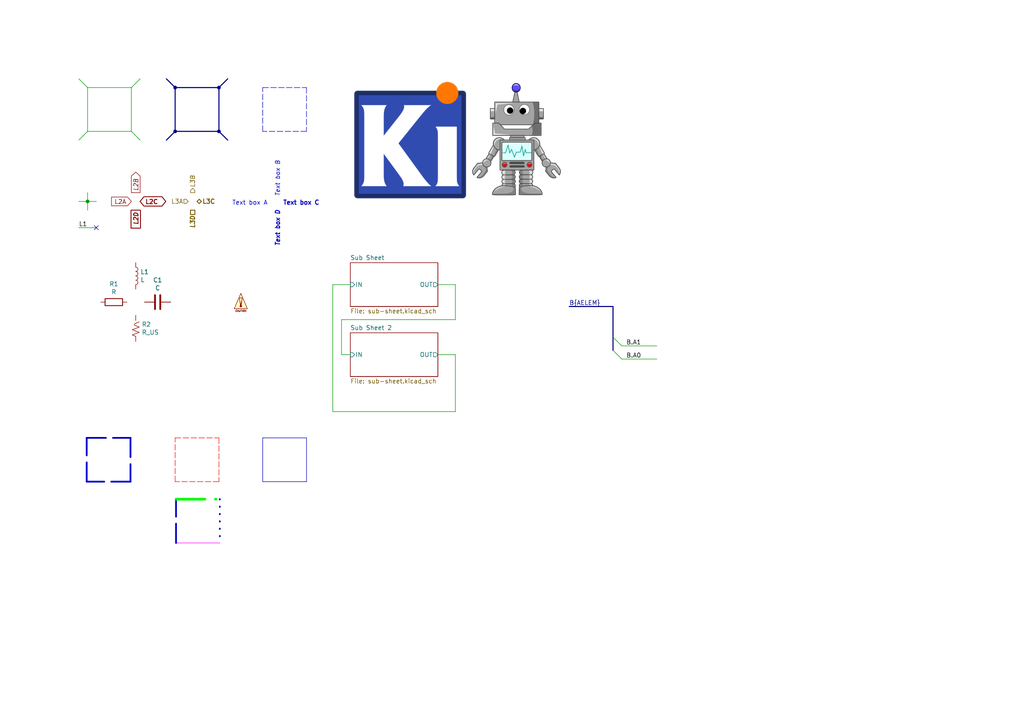
<source format=kicad_sch>
(kicad_sch (version 20250114) (generator "eeschema") (generator_version "9.0")
  (paper "A4")
  (title_block (title "Title") (date "2020-08-12") (rev "r1B") (company "Company") (comment 1 "Comment 1") (comment 2 "Comment 2") (comment 3 "Comment 3") (comment 4 "@Comment4@"))
  (lib_symbols
    (symbol "Device:C" (pin_numbers (hide yes)) (pin_names (offset 0.254))
      (property "Reference" "C" (at 0.635 2.54 0))
      (property "Value" "C" (at 0.635 -2.54 0))
      (symbol "C_0_1"
        (polyline (pts (xy -2.032 0.762) (xy 2.032 0.762)) (stroke (width 0.508)))
        (polyline (pts (xy -2.032 -0.762) (xy 2.032 -0.762)) (stroke (width 0.508)))
      )
      (symbol "C_1_1"
        (pin passive line (at 0 3.81 270) (length 2.794) (name "~") (number "1"))
        (pin passive line (at 0 -3.81 90) (length 2.794) (name "~") (number "2"))
      )
    )
    (symbol "Device:L" (pin_numbers (hide yes)) (pin_names (offset 1.016) (hide yes))
      (property "Reference" "L" (at -1.27 0 90))
      (property "Value" "L" (at 1.905 0 90))
      (symbol "L_0_1"
        (arc (start 0 2.54) (mid 0.6323 1.905) (end 0 1.27))
        (arc (start 0 1.27) (mid 0.6323 0.635) (end 0 0))
        (arc (start 0 0) (mid 0.6323 -0.635) (end 0 -1.27))
        (arc (start 0 -1.27) (mid 0.6323 -1.905) (end 0 -2.54))
      )
      (symbol "L_1_1"
        (pin passive line (at 0 3.81 270) (length 1.27) (name "1") (number "1"))
        (pin passive line (at 0 -3.81 90) (length 1.27) (name "2") (number "2"))
      )
    )
    (symbol "Device:R_US" (pin_numbers (hide yes)) (pin_names (offset 0))
      (property "Reference" "R" (at 2.54 0 90))
      (property "Value" "R_US" (at -2.54 0 90))
      (symbol "R_US_0_0"
        (polyline (pts (xy 0 2.286) (xy 0 2.54)))
        (polyline (pts (xy 0 2.286) (xy 1.016 1.905) (xy 0 1.524) (xy -1.016 1.143) (xy 0 0.762)))
        (polyline (pts (xy 0 0.762) (xy 1.016 0.381) (xy 0 0) (xy -1.016 -0.381) (xy 0 -0.762)))
        (bezier (pts (xy 0 -0.762) (xy 1.016 -1.143) (xy 0 -1.524) (xy -1.016 -1.905)))
        (polyline (pts (xy 0 -2.286) (xy 0 -2.54)))
      )
      (symbol "R_US_1_1"
        (pin passive line (at 0 3.81 270) (length 1.27) (name "~") (number "1"))
        (pin passive line (at 0 -3.81 90) (length 1.27) (name "~") (number "2"))
      )
      (symbol "R_US_1_2"
        (pin passive line (at 0 3.81 270) (length 1.27) (name "~") (number "1"))
        (pin passive line (at 0 -3.81 90) (length 1.27) (name "~") (number "2"))
      )
    )
    (symbol "l1:Resistor" (pin_numbers (hide yes)) (pin_names (offset 0))
      (property "Reference" "R" (at 2.032 0 90))
      (property "Value" "Resistor" (at 0 0 90))
      (symbol "Resistor_0_1"
        (rectangle (start -1.016 -2.54) (end 1.016 2.54) (stroke (width 0.254)))
      )
      (symbol "Resistor_1_1"
        (pin passive line (at 0 3.81 270) (length 1.27) (name "~") (number "1"))
        (pin passive line (at 0 -3.81 90) (length 1.27) (name "~") (number "2"))
      )
    )
    (symbol "l1:SYM_CAUTION" (pin_names (offset 1.016))
      (symbol "SYM_CAUTION_0_0"
        (polyline (pts (xy -1.27 -1.905) (xy 1.905 -1.905) (xy 0 2.54) (xy -1.905 -1.905) (xy -1.27 -1.905)) (fill (type background)))
        (polyline (pts (xy -0.127 -0.762) (xy -0.381 1.016)) (fill (type outline)))
        (polyline (pts (xy -0.127 -0.762) (xy 0.127 -0.762) (xy 0.381 1.016)) (fill (type outline)))
        (arc (start -0.381 1.016) (mid 0 1.2906) (end 0.381 1.016))
        (circle (center 0 -1.1684) (radius 0.254) (fill (type outline)))
        (text "CAUTION" (at 0 -2.54 0) (effects (font (size 0.508 0.508) (italic yes))))
      )
    )
  )
  (bus_alias "AELEM" (members "A1" "A0"))
  (text "Text box B" (at 81.28 57.15 90) (effects (font (size 1.27 1.27) (italic yes)) (justify left bottom)))
  (text "Text box A" (at 67.31 59.69 0) (effects (font (size 1.27 1.27)) (justify left bottom)))
  (text "Text box C" (at 92.71 59.69 0) (effects (font (size 1.27 1.27) (thickness 0.254) (bold yes)) (justify right bottom)))
  (text "Text box D" (at 81.28 60.96 90) (effects (font (size 1.27 1.27) (thickness 0.254) (bold yes) (italic yes)) (justify right bottom)))
  (junction (at 63.5 25.4))
  (junction (at 63.5 38.1))
  (junction (at 25.4 58.42))
  (junction (at 50.8 38.1))
  (junction (at 50.8 25.4))
  (no_connect (at 27.94 66.04))
  (bus_entry (at 177.8 101.6) (size 2.54 2.54))
  (bus_entry (at 177.8 97.79) (size 2.54 2.54))
  (bus_entry (at 25.4 25.4) (size -2.54 -2.54))
  (bus_entry (at 38.1 38.1) (size 2.54 2.54))
  (bus_entry (at 25.4 38.1) (size -2.54 2.54))
  (bus_entry (at 38.1 25.4) (size 2.54 -2.54))
  (wire (pts (xy 99.06 92.71) (xy 99.06 102.87)))
  (polyline (pts (xy 25.146 127) (xy 37.846 127)) (stroke (width 0.508) (type dash)))
  (polyline (pts (xy 88.9 25.4) (xy 88.9 38.1)) (stroke (width 0) (type dash)))
  (polyline (pts (xy 37.846 139.7) (xy 25.146 139.7)) (stroke (width 0.508) (type dash)))
  (wire (pts (xy 38.1 38.1) (xy 25.4 38.1)))
  (polyline (pts (xy 88.9 139.7) (xy 76.2 139.7)) (stroke (width 0) (type solid)))
  (wire (pts (xy 132.08 119.38) (xy 96.52 119.38)))
  (polyline (pts (xy 50.8 139.7) (xy 50.8 127)) (stroke (width 0) (type dash) (color 255 0 0 1)))
  (polyline (pts (xy 37.846 127) (xy 37.846 139.7)) (stroke (width 0.508) (type dash)))
  (bus (pts (xy 177.8 88.9) (xy 177.8 97.79)))
  (polyline (pts (xy 76.2 127) (xy 88.9 127)) (stroke (width 0) (type solid)))
  (wire (pts (xy 25.4 58.42) (xy 27.94 58.42)))
  (bus (pts (xy 50.8 25.4) (xy 48.26 22.86)))
  (wire (pts (xy 96.52 82.55) (xy 101.6 82.55)))
  (wire (pts (xy 132.08 82.55) (xy 132.08 92.71)))
  (wire (pts (xy 22.86 58.42) (xy 25.4 58.42)))
  (polyline (pts (xy 51.054 144.78) (xy 63.754 144.78)) (stroke (width 0.762) (type dash_dot) (color 0 255 0 1)))
  (polyline (pts (xy 76.2 25.4) (xy 88.9 25.4)) (stroke (width 0) (type dash)))
  (bus (pts (xy 50.8 38.1) (xy 48.26 40.64)))
  (bus (pts (xy 63.5 38.1) (xy 66.04 40.64)))
  (polyline (pts (xy 50.8 127) (xy 63.5 127)) (stroke (width 0) (type dash) (color 255 0 0 1)))
  (wire (pts (xy 132.08 102.87) (xy 132.08 119.38)))
  (wire (pts (xy 127 102.87) (xy 132.08 102.87)))
  (wire (pts (xy 99.06 102.87) (xy 101.6 102.87)))
  (bus (pts (xy 63.5 25.4) (xy 63.5 38.1)))
  (wire (pts (xy 25.4 25.4) (xy 38.1 25.4)))
  (polyline (pts (xy 88.9 127) (xy 88.9 139.7)) (stroke (width 0) (type solid)))
  (wire (pts (xy 180.34 104.14) (xy 190.5 104.14)))
  (polyline (pts (xy 76.2 139.7) (xy 76.2 127)) (stroke (width 0) (type solid)))
  (polyline (pts (xy 51.054 157.48) (xy 51.054 144.78)) (stroke (width 0.508) (type dash)))
  (wire (pts (xy 127 82.55) (xy 132.08 82.55)))
  (polyline (pts (xy 76.2 38.1) (xy 76.2 25.4)) (stroke (width 0) (type dash)))
  (bus (pts (xy 177.8 97.79) (xy 177.8 101.6)))
  (bus (pts (xy 63.5 25.4) (xy 66.04 22.86)))
  (wire (pts (xy 180.34 100.33) (xy 190.5 100.33)))
  (wire (pts (xy 22.86 66.04) (xy 27.94 66.04)))
  (polyline (pts (xy 63.5 139.7) (xy 50.8 139.7)) (stroke (width 0) (type dash) (color 255 0 0 1)))
  (bus (pts (xy 50.8 25.4) (xy 63.5 25.4)))
  (wire (pts (xy 25.4 58.42) (xy 25.4 60.96)))
  (wire (pts (xy 38.1 25.4) (xy 38.1 38.1)))
  (wire (pts (xy 132.08 92.71) (xy 99.06 92.71)))
  (wire (pts (xy 96.52 119.38) (xy 96.52 82.55)))
  (bus (pts (xy 165.1 88.9) (xy 177.8 88.9)))
  (polyline (pts (xy 63.754 157.48) (xy 51.054 157.48)) (stroke (width 0) (type solid) (color 255 0 255 1)))
  (polyline (pts (xy 88.9 38.1) (xy 76.2 38.1)) (stroke (width 0) (type dash)))
  (polyline (pts (xy 25.146 139.7) (xy 25.146 127)) (stroke (width 0.508) (type dash)))
  (wire (pts (xy 25.4 38.1) (xy 25.4 25.4)))
  (polyline (pts (xy 63.754 144.78) (xy 63.754 157.48)) (stroke (width 0.508) (type dot)))
  (bus (pts (xy 50.8 38.1) (xy 50.8 25.4)))
  (bus (pts (xy 63.5 38.1) (xy 50.8 38.1)))
  (polyline (pts (xy 63.5 127) (xy 63.5 139.7)) (stroke (width 0) (type dash) (color 255 0 0 1)))
  (wire (pts (xy 25.4 55.88) (xy 25.4 58.42)))
  (image (at 133.35 40.64) (scale 0.94))
  (label "B.A0" (at 181.61 104.14 0))
  (label "B.A1" (at 181.61 100.33 0))
  (label "L1" (at 22.86 66.04 0))
  (label "B{AELEM}" (at 165.1 88.9 0))
  (global_label "L2B" (shape output) (at 39.37 55.88 90) (effects (font (italic yes))) (property "Intersheetrefs" "${INTERSHEET_REFS}" (effects (hide yes))))
  (global_label "L2A" (shape input) (at 38.1 58.42 180) (property "Intersheetrefs" "${INTERSHEET_REFS}" (effects (hide yes))))
  (global_label "L2C" (shape bidirectional) (at 40.64 58.42 0) (effects (font (thickness 0.254) (bold yes))) (property "Intersheetrefs" "${INTERSHEET_REFS}" (effects (hide yes))))
  (global_label "L2D" (shape passive) (at 39.37 60.96 270) (effects (font (thickness 0.254) (bold yes) (italic yes))) (property "Intersheetrefs" "${INTERSHEET_REFS}" (effects (hide yes))))
  (hierarchical_label "L3B" (shape output) (at 55.88 55.88 90) (effects (font (italic yes))))
  (hierarchical_label "L3C" (shape bidirectional) (at 57.15 58.42 0) (effects (font (thickness 0.254) (bold yes))))
  (hierarchical_label "L3A" (shape input) (at 54.61 58.42 180))
  (hierarchical_label "L3D" (shape passive) (at 55.88 60.96 270) (effects (font (thickness 0.254) (bold yes) (italic yes))))
  (symbol (lib_id "l1:Resistor") (at 33.02 87.63 270) (unit 1)
    (property "Reference" "R1" (at 33.02 82.3722 90))
    (property "Value" "R" (at 33.02 84.6836 90))
    (property "Test" "Hi! \"quoted text\"" (effects (hide yes)))
  )
  (symbol (lib_id "Device:L") (at 39.37 80.01 0) (unit 1)
    (property "Reference" "L1" (at 40.7162 78.8416 0) (effects (justify left)))
    (property "Value" "L" (at 40.7162 81.153 0) (effects (justify left)))
  )
  (symbol (lib_id "Device:C") (at 45.72 87.63 90) (unit 1)
    (property "Reference" "C1" (at 45.72 81.2292 90))
    (property "Value" "C" (at 45.72 83.5406 90))
  )
  (symbol (lib_id "Device:R_US") (at 39.37 95.25 180) (unit 1) (convert 2)
    (property "Reference" "R2" (at 41.0972 94.0816 0) (effects (justify right)))
    (property "Value" "R_US" (at 41.0972 96.393 0) (effects (justify right)))
  )
  (symbol (lib_id "l1:SYM_CAUTION") (at 69.85 87.63 0) (unit 1)
    (property "Reference" "#SYM_CAUTION1" (effects (hide yes)))
    (property "Value" "SYM_CAUTION" (effects (hide yes)))
  )
  (sheet (at 101.6 76.2) (size 25.4 12.7)
    (property "Sheetname" "Sub Sheet" (at 101.6 75.4884 0) (effects (justify left bottom)))
    (property "Sheetfile" "sub-sheet.kicad_sch" (at 101.6 89.4846 0) (effects (justify left top)))
    (pin "OUT" output (at 127 82.55 0))
    (pin "IN" input (at 101.6 82.55 180))
  )
  (sheet (at 101.6 96.52) (size 25.4 12.7)
    (property "Sheetname" "Sub Sheet 2" (at 101.6 95.8084 0) (effects (justify left bottom)))
    (property "Sheetfile" "sub-sheet.kicad_sch" (at 101.6 109.8046 0) (effects (justify left top)))
    (pin "OUT" output (at 127 102.87 0))
    (pin "IN" input (at 101.6 102.87 180))
  )
)
</source>
